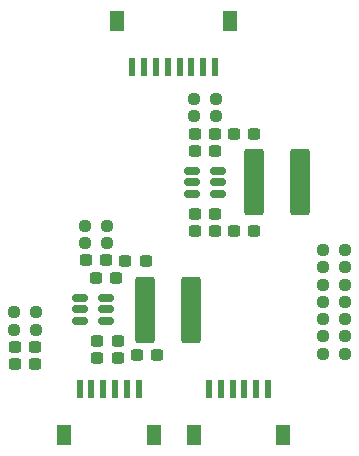
<source format=gbr>
%TF.GenerationSoftware,KiCad,Pcbnew,9.0.4*%
%TF.CreationDate,2025-11-28T22:46:11-05:00*%
%TF.ProjectId,STM32H743VIT6 FC,53544d33-3248-4373-9433-564954362046,rev?*%
%TF.SameCoordinates,Original*%
%TF.FileFunction,Paste,Bot*%
%TF.FilePolarity,Positive*%
%FSLAX46Y46*%
G04 Gerber Fmt 4.6, Leading zero omitted, Abs format (unit mm)*
G04 Created by KiCad (PCBNEW 9.0.4) date 2025-11-28 22:46:11*
%MOMM*%
%LPD*%
G01*
G04 APERTURE LIST*
G04 Aperture macros list*
%AMRoundRect*
0 Rectangle with rounded corners*
0 $1 Rounding radius*
0 $2 $3 $4 $5 $6 $7 $8 $9 X,Y pos of 4 corners*
0 Add a 4 corners polygon primitive as box body*
4,1,4,$2,$3,$4,$5,$6,$7,$8,$9,$2,$3,0*
0 Add four circle primitives for the rounded corners*
1,1,$1+$1,$2,$3*
1,1,$1+$1,$4,$5*
1,1,$1+$1,$6,$7*
1,1,$1+$1,$8,$9*
0 Add four rect primitives between the rounded corners*
20,1,$1+$1,$2,$3,$4,$5,0*
20,1,$1+$1,$4,$5,$6,$7,0*
20,1,$1+$1,$6,$7,$8,$9,0*
20,1,$1+$1,$8,$9,$2,$3,0*%
G04 Aperture macros list end*
%ADD10RoundRect,0.237500X0.250000X0.237500X-0.250000X0.237500X-0.250000X-0.237500X0.250000X-0.237500X0*%
%ADD11RoundRect,0.237500X-0.300000X-0.237500X0.300000X-0.237500X0.300000X0.237500X-0.300000X0.237500X0*%
%ADD12R,0.600000X1.550000*%
%ADD13R,1.200000X1.800000*%
%ADD14RoundRect,0.237500X0.300000X0.237500X-0.300000X0.237500X-0.300000X-0.237500X0.300000X-0.237500X0*%
%ADD15RoundRect,0.150000X0.512500X0.150000X-0.512500X0.150000X-0.512500X-0.150000X0.512500X-0.150000X0*%
%ADD16RoundRect,0.150000X-0.512500X-0.150000X0.512500X-0.150000X0.512500X0.150000X-0.512500X0.150000X0*%
%ADD17RoundRect,0.250000X-0.600000X-2.550000X0.600000X-2.550000X0.600000X2.550000X-0.600000X2.550000X0*%
%ADD18RoundRect,0.237500X-0.250000X-0.237500X0.250000X-0.237500X0.250000X0.237500X-0.250000X0.237500X0*%
G04 APERTURE END LIST*
D10*
%TO.C,ADC_R2*%
X154075000Y-128869600D03*
X152250000Y-128869600D03*
%TD*%
D11*
%TO.C,5V_C8*%
X159284500Y-129794000D03*
X161009500Y-129794000D03*
%TD*%
D12*
%TO.C,VTX_J1*%
X173730000Y-133865000D03*
X172730000Y-133865000D03*
X171730000Y-133865000D03*
X170730000Y-133865000D03*
X169730000Y-133865000D03*
X168730000Y-133865000D03*
D13*
X175030000Y-137740000D03*
X167430000Y-137740000D03*
%TD*%
D14*
%TO.C,9V_C11*%
X172569150Y-120528900D03*
X170844150Y-120528900D03*
%TD*%
D15*
%TO.C,U3*%
X169534150Y-115448900D03*
X169534150Y-116398900D03*
X169534150Y-117348900D03*
X167259150Y-117348900D03*
X167259150Y-116398900D03*
X167259150Y-115448900D03*
%TD*%
D14*
%TO.C,9V_C8*%
X169259150Y-119065700D03*
X167534150Y-119065700D03*
%TD*%
D10*
%TO.C,USB_R0*%
X180236500Y-123585200D03*
X178411500Y-123585200D03*
%TD*%
%TO.C,9V_R0*%
X180236500Y-126505200D03*
X178411500Y-126505200D03*
%TD*%
D16*
%TO.C,U1*%
X157775000Y-128100000D03*
X157775000Y-127150000D03*
X157775000Y-126200000D03*
X160050000Y-126200000D03*
X160050000Y-127150000D03*
X160050000Y-128100000D03*
%TD*%
D14*
%TO.C,5V_C12*%
X160037500Y-123001800D03*
X158312500Y-123001800D03*
%TD*%
D11*
%TO.C,5V_C7*%
X159284500Y-131267200D03*
X161009500Y-131267200D03*
%TD*%
D14*
%TO.C,5V_C10*%
X163381350Y-123009800D03*
X161656350Y-123009800D03*
%TD*%
%TO.C,9V_C7*%
X169259150Y-120538900D03*
X167534150Y-120538900D03*
%TD*%
D11*
%TO.C,5V_C9*%
X159162500Y-124475000D03*
X160887500Y-124475000D03*
%TD*%
D14*
%TO.C,ADC_C1*%
X154025000Y-130342800D03*
X152300000Y-130342800D03*
%TD*%
D10*
%TO.C,3.3V_R2*%
X180236500Y-129425200D03*
X178411500Y-129425200D03*
%TD*%
%TO.C,5V_R7*%
X160087500Y-121528600D03*
X158262500Y-121528600D03*
%TD*%
D17*
%TO.C,5V_L1*%
X163327300Y-127161200D03*
X167227300Y-127161200D03*
%TD*%
D14*
%TO.C,9V_C12*%
X169269150Y-112255700D03*
X167544150Y-112255700D03*
%TD*%
D11*
%TO.C,9V_C9*%
X167544150Y-113728900D03*
X169269150Y-113728900D03*
%TD*%
D18*
%TO.C,5V_R8*%
X158262500Y-120055400D03*
X160087500Y-120055400D03*
%TD*%
D10*
%TO.C,9V_R7*%
X169319150Y-110782500D03*
X167494150Y-110782500D03*
%TD*%
%TO.C,3.3V_R1*%
X180236500Y-130885200D03*
X178411500Y-130885200D03*
%TD*%
%TO.C,3.3V_R3*%
X180236500Y-127965200D03*
X178411500Y-127965200D03*
%TD*%
D18*
%TO.C,9V_R8*%
X167494150Y-109309300D03*
X169319150Y-109309300D03*
%TD*%
D10*
%TO.C,3V3_R0*%
X180236500Y-122125200D03*
X178411500Y-122125200D03*
%TD*%
D14*
%TO.C,MCU_C2*%
X154025000Y-131800000D03*
X152300000Y-131800000D03*
%TD*%
%TO.C,5V_C11*%
X164337500Y-130975000D03*
X162612500Y-130975000D03*
%TD*%
D18*
%TO.C,ADC_R1*%
X152250000Y-127396400D03*
X154075000Y-127396400D03*
%TD*%
D14*
%TO.C,9V_C10*%
X172569150Y-112258900D03*
X170844150Y-112258900D03*
%TD*%
D10*
%TO.C,5V_R0*%
X180236500Y-125045200D03*
X178411500Y-125045200D03*
%TD*%
D12*
%TO.C,ESC_J1*%
X162250000Y-106631200D03*
X163250000Y-106631200D03*
X164250000Y-106631200D03*
X165250000Y-106631200D03*
X166250000Y-106631200D03*
X167250000Y-106631200D03*
X168250000Y-106631200D03*
X169250000Y-106631200D03*
D13*
X160950000Y-102755200D03*
X170550000Y-102755200D03*
%TD*%
D12*
%TO.C,GPS_J1*%
X162770000Y-133865000D03*
X161770000Y-133865000D03*
X160770000Y-133865000D03*
X159770000Y-133865000D03*
X158770000Y-133865000D03*
X157770000Y-133865000D03*
D13*
X164070000Y-137740000D03*
X156470000Y-137740000D03*
%TD*%
D17*
%TO.C,9V_L1*%
X172546650Y-116398900D03*
X176446650Y-116398900D03*
%TD*%
M02*

</source>
